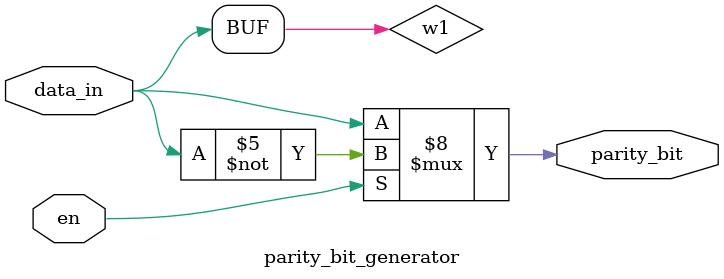
<source format=v>
`timescale 1ns / 1ps


module parity_bit_generator(
input data_in,
input en,
output reg parity_bit);
wire w1,w2;
assign w1=^(data_in);
assign w2=~(^data_in);
always @(*)
begin
if(en)
begin
parity_bit=~w1;
end
else
begin
parity_bit=~w2;
end
end
endmodule

</source>
